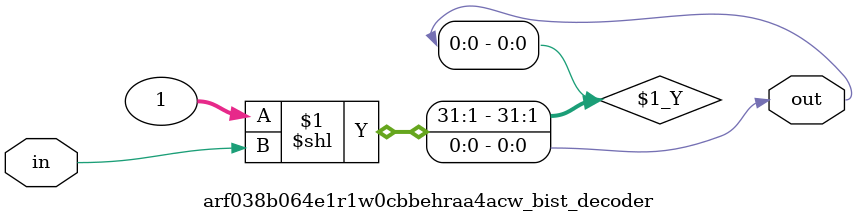
<source format=sv>

`ifndef ARF038B064E1R1W0CBBEHRAA4ACW_BIST_DECODER_SV
`define ARF038B064E1R1W0CBBEHRAA4ACW_BIST_DECODER_SV

module arf038b064e1r1w0cbbehraa4acw_bist_decoder # (
  parameter IN_WIDTH  = 1,
  parameter OUT_WIDTH = 1
)
(
  input  logic [IN_WIDTH-1:0]  in,
  output logic [OUT_WIDTH-1:0] out
);
  
  assign out = 'b1 << in;

endmodule // arf038b064e1r1w0cbbehraa4acw_bist_decoder

`endif // ARF038B064E1R1W0CBBEHRAA4ACW_BIST_DECODER_SV
</source>
